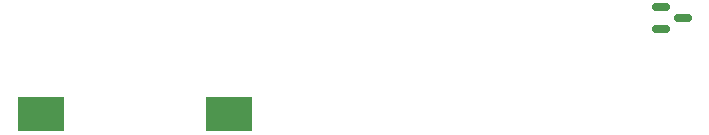
<source format=gbr>
%TF.GenerationSoftware,KiCad,Pcbnew,7.0.1*%
%TF.CreationDate,2023-07-10T14:16:02+02:00*%
%TF.ProjectId,RasPi-Car,52617350-692d-4436-9172-2e6b69636164,rev?*%
%TF.SameCoordinates,Original*%
%TF.FileFunction,Paste,Top*%
%TF.FilePolarity,Positive*%
%FSLAX46Y46*%
G04 Gerber Fmt 4.6, Leading zero omitted, Abs format (unit mm)*
G04 Created by KiCad (PCBNEW 7.0.1) date 2023-07-10 14:16:02*
%MOMM*%
%LPD*%
G01*
G04 APERTURE LIST*
G04 Aperture macros list*
%AMRoundRect*
0 Rectangle with rounded corners*
0 $1 Rounding radius*
0 $2 $3 $4 $5 $6 $7 $8 $9 X,Y pos of 4 corners*
0 Add a 4 corners polygon primitive as box body*
4,1,4,$2,$3,$4,$5,$6,$7,$8,$9,$2,$3,0*
0 Add four circle primitives for the rounded corners*
1,1,$1+$1,$2,$3*
1,1,$1+$1,$4,$5*
1,1,$1+$1,$6,$7*
1,1,$1+$1,$8,$9*
0 Add four rect primitives between the rounded corners*
20,1,$1+$1,$2,$3,$4,$5,0*
20,1,$1+$1,$4,$5,$6,$7,0*
20,1,$1+$1,$6,$7,$8,$9,0*
20,1,$1+$1,$8,$9,$2,$3,0*%
G04 Aperture macros list end*
%ADD10RoundRect,0.150000X-0.587500X-0.150000X0.587500X-0.150000X0.587500X0.150000X-0.587500X0.150000X0*%
%ADD11R,4.000000X3.000000*%
G04 APERTURE END LIST*
D10*
%TO.C,Q2*%
X172623000Y-93030000D03*
X172623000Y-94930000D03*
X174498000Y-93980000D03*
%TD*%
D11*
%TO.C,L1*%
X120065800Y-102108000D03*
X136065800Y-102108000D03*
%TD*%
M02*

</source>
